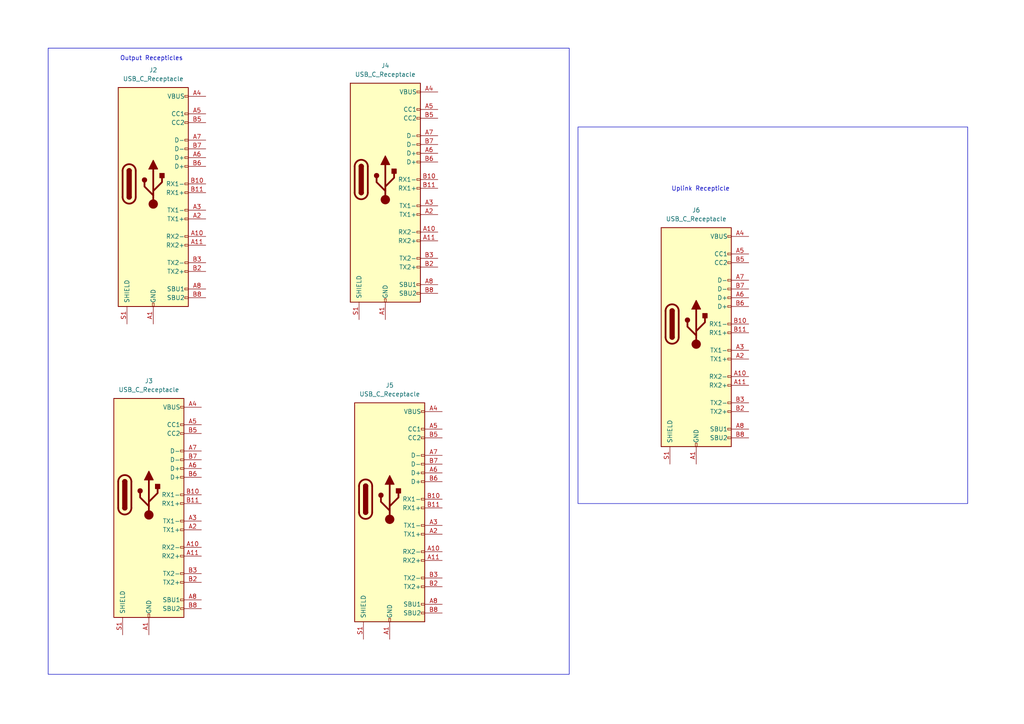
<source format=kicad_sch>
(kicad_sch (version 20231120) (generator "eeschema") (generator_version "8.0")
  (paper "A4")
  (lib_symbols
    (symbol "Connector:USB_C_Receptacle" (pin_names (offset 1.016))
      (property "Reference" "J" (at -10.16 29.21 0))
      (property "Value" "USB_C_Receptacle" (at 10.16 29.21 0))
      (symbol "USB_C_Receptacle_0_0"
        (rectangle (start -0.254 -35.56) (end 0.254 -34.544))
        (rectangle (start 10.16 -32.766) (end 9.144 -33.274))
        (rectangle (start 10.16 -30.226) (end 9.144 -30.734))
        (rectangle (start 10.16 -25.146) (end 9.144 -25.654))
        (rectangle (start 10.16 -22.606) (end 9.144 -23.114))
        (rectangle (start 10.16 -17.526) (end 9.144 -18.034))
        (rectangle (start 10.16 -14.986) (end 9.144 -15.494))
        (rectangle (start 10.16 -9.906) (end 9.144 -10.414))
        (rectangle (start 10.16 -7.366) (end 9.144 -7.874))
        (rectangle (start 10.16 -2.286) (end 9.144 -2.794))
        (rectangle (start 10.16 0.254) (end 9.144 -0.254))
        (rectangle (start 10.16 5.334) (end 9.144 4.826))
        (rectangle (start 10.16 7.874) (end 9.144 7.366))
        (rectangle (start 10.16 10.414) (end 9.144 9.906))
        (rectangle (start 10.16 12.954) (end 9.144 12.446))
        (rectangle (start 10.16 18.034) (end 9.144 17.526))
        (rectangle (start 10.16 20.574) (end 9.144 20.066))
        (rectangle (start 10.16 25.654) (end 9.144 25.146))
      )
      (symbol "USB_C_Receptacle_0_1"
        (rectangle (start -10.16 27.94) (end 10.16 -35.56) (stroke (width 0.254)) (fill (type background)))
        (arc (start -8.89 -3.81) (mid -6.985 -5.7067) (end -5.08 -3.81) (stroke (width 0.508)))
        (arc (start -7.62 -3.81) (mid -6.985 -4.4423) (end -6.35 -3.81) (stroke (width 0.254)))
        (arc (start -7.62 -3.81) (mid -6.985 -4.4423) (end -6.35 -3.81) (stroke (width 0.254)) (fill (type outline)))
        (rectangle (start -7.62 -3.81) (end -6.35 3.81) (stroke (width 0.254)) (fill (type outline)))
        (arc (start -6.35 3.81) (mid -6.985 4.4423) (end -7.62 3.81) (stroke (width 0.254)))
        (arc (start -6.35 3.81) (mid -6.985 4.4423) (end -7.62 3.81) (stroke (width 0.254)) (fill (type outline)))
        (arc (start -5.08 3.81) (mid -6.985 5.7067) (end -8.89 3.81) (stroke (width 0.508)))
        (polyline (pts (xy -8.89 -3.81) (xy -8.89 3.81)) (stroke (width 0.508)))
        (polyline (pts (xy -5.08 3.81) (xy -5.08 -3.81)) (stroke (width 0.508)))
      )
      (symbol "USB_C_Receptacle_1_1"
        (circle (center -2.54 1.143) (radius 0.635) (stroke (width 0.254)) (fill (type outline)))
        (circle (center 0 -5.842) (radius 1.27) (fill (type outline)))
        (polyline (pts (xy 0 -5.842) (xy 0 4.318)) (stroke (width 0.508)))
        (polyline (pts (xy 0 -3.302) (xy -2.54 -0.762) (xy -2.54 0.508)) (stroke (width 0.508)))
        (polyline (pts (xy 0 -2.032) (xy 2.54 0.508) (xy 2.54 1.778)) (stroke (width 0.508)))
        (polyline (pts (xy -1.27 4.318) (xy 0 6.858) (xy 1.27 4.318) (xy -1.27 4.318)) (stroke (width 0.254)) (fill (type outline)))
        (rectangle (start 1.905 1.778) (end 3.175 3.048) (stroke (width 0.254)) (fill (type outline)))
        (pin passive line (at 0 -40.64 90) (length 5.08) (name "GND") (number "A1"))
        (pin bidirectional line (at 15.24 -15.24 180) (length 5.08) (name "RX2-") (number "A10"))
        (pin bidirectional line (at 15.24 -17.78 180) (length 5.08) (name "RX2+") (number "A11"))
        (pin passive line (at 0 -40.64 90) (length 5.08) hide (name "GND") (number "A12"))
        (pin bidirectional line (at 15.24 -10.16 180) (length 5.08) (name "TX1+") (number "A2"))
        (pin bidirectional line (at 15.24 -7.62 180) (length 5.08) (name "TX1-") (number "A3"))
        (pin passive line (at 15.24 25.4 180) (length 5.08) (name "VBUS") (number "A4"))
        (pin bidirectional line (at 15.24 20.32 180) (length 5.08) (name "CC1") (number "A5"))
        (pin bidirectional line (at 15.24 7.62 180) (length 5.08) (name "D+") (number "A6"))
        (pin bidirectional line (at 15.24 12.7 180) (length 5.08) (name "D-") (number "A7"))
        (pin bidirectional line (at 15.24 -30.48 180) (length 5.08) (name "SBU1") (number "A8"))
        (pin passive line (at 15.24 25.4 180) (length 5.08) hide (name "VBUS") (number "A9"))
        (pin passive line (at 0 -40.64 90) (length 5.08) hide (name "GND") (number "B1"))
        (pin bidirectional line (at 15.24 0 180) (length 5.08) (name "RX1-") (number "B10"))
        (pin bidirectional line (at 15.24 -2.54 180) (length 5.08) (name "RX1+") (number "B11"))
        (pin passive line (at 0 -40.64 90) (length 5.08) hide (name "GND") (number "B12"))
        (pin bidirectional line (at 15.24 -25.4 180) (length 5.08) (name "TX2+") (number "B2"))
        (pin bidirectional line (at 15.24 -22.86 180) (length 5.08) (name "TX2-") (number "B3"))
        (pin passive line (at 15.24 25.4 180) (length 5.08) hide (name "VBUS") (number "B4"))
        (pin bidirectional line (at 15.24 17.78 180) (length 5.08) (name "CC2") (number "B5"))
        (pin bidirectional line (at 15.24 5.08 180) (length 5.08) (name "D+") (number "B6"))
        (pin bidirectional line (at 15.24 10.16 180) (length 5.08) (name "D-") (number "B7"))
        (pin bidirectional line (at 15.24 -33.02 180) (length 5.08) (name "SBU2") (number "B8"))
        (pin passive line (at 15.24 25.4 180) (length 5.08) hide (name "VBUS") (number "B9"))
        (pin passive line (at -7.62 -40.64 90) (length 5.08) (name "SHIELD") (number "S1"))
      )
    )
  )
  (rectangle (start 13.97 13.97) (end 165.1 195.58))
  (rectangle (start 167.64 36.83) (end 280.67 146.05))
  (text "Uplink Recepticle\n" (at 203.2 54.864 0) (effects (font (size 1.27 1.27))))
  (text "Output Recepticles" (at 43.942 17.018 0) (effects (font (size 1.27 1.27))))
  (symbol (lib_id "Connector:USB_C_Receptacle") (at 111.76 52.07 0) (unit 1)
    (property "Reference" "J4" (at 111.76 19.05 0))
    (property "Value" "USB_C_Receptacle" (at 111.76 21.59 0))
    (property "Footprint" "Connector_USB:USB_C_Receptacle_GCT_USB4115-03-C" (effects (hide yes)))
    (property "Datasheet" "https://www.usb.org/sites/default/files/documents/usb_type-c.zip" (effects (hide yes)))
    (property "Description" "USB Full-Featured Type-C Receptacle connector" (effects (hide yes)))
  )
  (symbol (lib_id "Connector:USB_C_Receptacle") (at 201.93 93.98 0) (unit 1)
    (property "Reference" "J6" (at 201.93 60.96 0))
    (property "Value" "USB_C_Receptacle" (at 201.93 63.5 0))
    (property "Footprint" "Connector_USB:USB_C_Receptacle_GCT_USB4115-03-C" (effects (hide yes)))
    (property "Datasheet" "https://www.usb.org/sites/default/files/documents/usb_type-c.zip" (effects (hide yes)))
    (property "Description" "USB Full-Featured Type-C Receptacle connector" (effects (hide yes)))
  )
  (symbol (lib_id "Connector:USB_C_Receptacle") (at 113.03 144.78 0) (unit 1)
    (property "Reference" "J5" (at 113.03 111.76 0))
    (property "Value" "USB_C_Receptacle" (at 113.03 114.3 0))
    (property "Footprint" "Connector_USB:USB_C_Receptacle_GCT_USB4115-03-C" (effects (hide yes)))
    (property "Datasheet" "https://www.usb.org/sites/default/files/documents/usb_type-c.zip" (effects (hide yes)))
    (property "Description" "USB Full-Featured Type-C Receptacle connector" (effects (hide yes)))
  )
  (symbol (lib_id "Connector:USB_C_Receptacle") (at 43.18 143.51 0) (unit 1)
    (property "Reference" "J3" (at 43.18 110.49 0))
    (property "Value" "USB_C_Receptacle" (at 43.18 113.03 0))
    (property "Footprint" "Connector_USB:USB_C_Receptacle_GCT_USB4115-03-C" (effects (hide yes)))
    (property "Datasheet" "https://www.usb.org/sites/default/files/documents/usb_type-c.zip" (effects (hide yes)))
    (property "Description" "USB Full-Featured Type-C Receptacle connector" (effects (hide yes)))
  )
  (symbol (lib_id "Connector:USB_C_Receptacle") (at 44.45 53.34 0) (unit 1)
    (property "Reference" "J2" (at 44.45 20.32 0))
    (property "Value" "USB_C_Receptacle" (at 44.45 22.86 0))
    (property "Footprint" "Connector_USB:USB_C_Receptacle_GCT_USB4115-03-C" (effects (hide yes)))
    (property "Datasheet" "https://www.usb.org/sites/default/files/documents/usb_type-c.zip" (effects (hide yes)))
    (property "Description" "USB Full-Featured Type-C Receptacle connector" (effects (hide yes)))
  )
)
</source>
